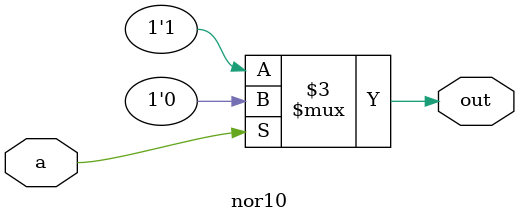
<source format=v>
module nor10 (
    input wire a,
    output wire out
);

assign out = (|a == 1'b0) ? 1'b1 : 1'b0;

endmodule

</source>
